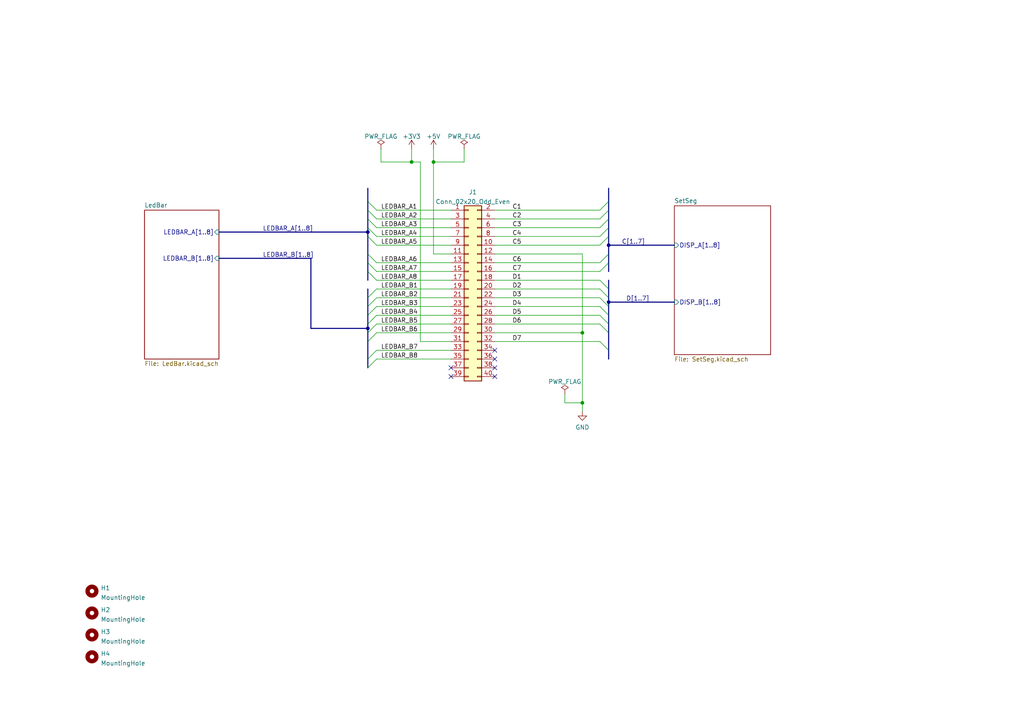
<source format=kicad_sch>
(kicad_sch (version 20211123) (generator eeschema)
  (paper "A4")
  (title_block (title "FPGA LED Output Board - Main") (date "2022-01-26") (rev "1") (company "IFTM - Campus Ituiutaba"))
  (lib_symbols
    (symbol "Connector_Generic:Conn_02x20_Odd_Even" (pin_names (offset 1.016) hide)
      (property "Reference" "J" (at 1.27 25.4 0))
      (property "Value" "Conn_02x20_Odd_Even" (at 1.27 -27.94 0))
      (symbol "Conn_02x20_Odd_Even_1_1"
        (rectangle (start -1.27 -25.273) (end 0 -25.527) (stroke (width 0.1524)))
        (rectangle (start -1.27 -22.733) (end 0 -22.987) (stroke (width 0.1524)))
        (rectangle (start -1.27 -20.193) (end 0 -20.447) (stroke (width 0.1524)))
        (rectangle (start -1.27 -17.653) (end 0 -17.907) (stroke (width 0.1524)))
        (rectangle (start -1.27 -15.113) (end 0 -15.367) (stroke (width 0.1524)))
        (rectangle (start -1.27 -12.573) (end 0 -12.827) (stroke (width 0.1524)))
        (rectangle (start -1.27 -10.033) (end 0 -10.287) (stroke (width 0.1524)))
        (rectangle (start -1.27 -7.493) (end 0 -7.747) (stroke (width 0.1524)))
        (rectangle (start -1.27 -4.953) (end 0 -5.207) (stroke (width 0.1524)))
        (rectangle (start -1.27 -2.413) (end 0 -2.667) (stroke (width 0.1524)))
        (rectangle (start -1.27 0.127) (end 0 -0.127) (stroke (width 0.1524)))
        (rectangle (start -1.27 2.667) (end 0 2.413) (stroke (width 0.1524)))
        (rectangle (start -1.27 5.207) (end 0 4.953) (stroke (width 0.1524)))
        (rectangle (start -1.27 7.747) (end 0 7.493) (stroke (width 0.1524)))
        (rectangle (start -1.27 10.287) (end 0 10.033) (stroke (width 0.1524)))
        (rectangle (start -1.27 12.827) (end 0 12.573) (stroke (width 0.1524)))
        (rectangle (start -1.27 15.367) (end 0 15.113) (stroke (width 0.1524)))
        (rectangle (start -1.27 17.907) (end 0 17.653) (stroke (width 0.1524)))
        (rectangle (start -1.27 20.447) (end 0 20.193) (stroke (width 0.1524)))
        (rectangle (start -1.27 22.987) (end 0 22.733) (stroke (width 0.1524)))
        (rectangle (start -1.27 24.13) (end 3.81 -26.67) (stroke (width 0.254)) (fill (type background)))
        (rectangle (start 3.81 -25.273) (end 2.54 -25.527) (stroke (width 0.1524)))
        (rectangle (start 3.81 -22.733) (end 2.54 -22.987) (stroke (width 0.1524)))
        (rectangle (start 3.81 -20.193) (end 2.54 -20.447) (stroke (width 0.1524)))
        (rectangle (start 3.81 -17.653) (end 2.54 -17.907) (stroke (width 0.1524)))
        (rectangle (start 3.81 -15.113) (end 2.54 -15.367) (stroke (width 0.1524)))
        (rectangle (start 3.81 -12.573) (end 2.54 -12.827) (stroke (width 0.1524)))
        (rectangle (start 3.81 -10.033) (end 2.54 -10.287) (stroke (width 0.1524)))
        (rectangle (start 3.81 -7.493) (end 2.54 -7.747) (stroke (width 0.1524)))
        (rectangle (start 3.81 -4.953) (end 2.54 -5.207) (stroke (width 0.1524)))
        (rectangle (start 3.81 -2.413) (end 2.54 -2.667) (stroke (width 0.1524)))
        (rectangle (start 3.81 0.127) (end 2.54 -0.127) (stroke (width 0.1524)))
        (rectangle (start 3.81 2.667) (end 2.54 2.413) (stroke (width 0.1524)))
        (rectangle (start 3.81 5.207) (end 2.54 4.953) (stroke (width 0.1524)))
        (rectangle (start 3.81 7.747) (end 2.54 7.493) (stroke (width 0.1524)))
        (rectangle (start 3.81 10.287) (end 2.54 10.033) (stroke (width 0.1524)))
        (rectangle (start 3.81 12.827) (end 2.54 12.573) (stroke (width 0.1524)))
        (rectangle (start 3.81 15.367) (end 2.54 15.113) (stroke (width 0.1524)))
        (rectangle (start 3.81 17.907) (end 2.54 17.653) (stroke (width 0.1524)))
        (rectangle (start 3.81 20.447) (end 2.54 20.193) (stroke (width 0.1524)))
        (rectangle (start 3.81 22.987) (end 2.54 22.733) (stroke (width 0.1524)))
        (pin passive line (at -5.08 22.86 0) (length 3.81) (name "Pin_1") (number "1"))
        (pin passive line (at 7.62 12.7 180) (length 3.81) (name "Pin_10") (number "10"))
        (pin passive line (at -5.08 10.16 0) (length 3.81) (name "Pin_11") (number "11"))
        (pin passive line (at 7.62 10.16 180) (length 3.81) (name "Pin_12") (number "12"))
        (pin passive line (at -5.08 7.62 0) (length 3.81) (name "Pin_13") (number "13"))
        (pin passive line (at 7.62 7.62 180) (length 3.81) (name "Pin_14") (number "14"))
        (pin passive line (at -5.08 5.08 0) (length 3.81) (name "Pin_15") (number "15"))
        (pin passive line (at 7.62 5.08 180) (length 3.81) (name "Pin_16") (number "16"))
        (pin passive line (at -5.08 2.54 0) (length 3.81) (name "Pin_17") (number "17"))
        (pin passive line (at 7.62 2.54 180) (length 3.81) (name "Pin_18") (number "18"))
        (pin passive line (at -5.08 0 0) (length 3.81) (name "Pin_19") (number "19"))
        (pin passive line (at 7.62 22.86 180) (length 3.81) (name "Pin_2") (number "2"))
        (pin passive line (at 7.62 0 180) (length 3.81) (name "Pin_20") (number "20"))
        (pin passive line (at -5.08 -2.54 0) (length 3.81) (name "Pin_21") (number "21"))
        (pin passive line (at 7.62 -2.54 180) (length 3.81) (name "Pin_22") (number "22"))
        (pin passive line (at -5.08 -5.08 0) (length 3.81) (name "Pin_23") (number "23"))
        (pin passive line (at 7.62 -5.08 180) (length 3.81) (name "Pin_24") (number "24"))
        (pin passive line (at -5.08 -7.62 0) (length 3.81) (name "Pin_25") (number "25"))
        (pin passive line (at 7.62 -7.62 180) (length 3.81) (name "Pin_26") (number "26"))
        (pin passive line (at -5.08 -10.16 0) (length 3.81) (name "Pin_27") (number "27"))
        (pin passive line (at 7.62 -10.16 180) (length 3.81) (name "Pin_28") (number "28"))
        (pin passive line (at -5.08 -12.7 0) (length 3.81) (name "Pin_29") (number "29"))
        (pin passive line (at -5.08 20.32 0) (length 3.81) (name "Pin_3") (number "3"))
        (pin passive line (at 7.62 -12.7 180) (length 3.81) (name "Pin_30") (number "30"))
        (pin passive line (at -5.08 -15.24 0) (length 3.81) (name "Pin_31") (number "31"))
        (pin passive line (at 7.62 -15.24 180) (length 3.81) (name "Pin_32") (number "32"))
        (pin passive line (at -5.08 -17.78 0) (length 3.81) (name "Pin_33") (number "33"))
        (pin passive line (at 7.62 -17.78 180) (length 3.81) (name "Pin_34") (number "34"))
        (pin passive line (at -5.08 -20.32 0) (length 3.81) (name "Pin_35") (number "35"))
        (pin passive line (at 7.62 -20.32 180) (length 3.81) (name "Pin_36") (number "36"))
        (pin passive line (at -5.08 -22.86 0) (length 3.81) (name "Pin_37") (number "37"))
        (pin passive line (at 7.62 -22.86 180) (length 3.81) (name "Pin_38") (number "38"))
        (pin passive line (at -5.08 -25.4 0) (length 3.81) (name "Pin_39") (number "39"))
        (pin passive line (at 7.62 20.32 180) (length 3.81) (name "Pin_4") (number "4"))
        (pin passive line (at 7.62 -25.4 180) (length 3.81) (name "Pin_40") (number "40"))
        (pin passive line (at -5.08 17.78 0) (length 3.81) (name "Pin_5") (number "5"))
        (pin passive line (at 7.62 17.78 180) (length 3.81) (name "Pin_6") (number "6"))
        (pin passive line (at -5.08 15.24 0) (length 3.81) (name "Pin_7") (number "7"))
        (pin passive line (at 7.62 15.24 180) (length 3.81) (name "Pin_8") (number "8"))
        (pin passive line (at -5.08 12.7 0) (length 3.81) (name "Pin_9") (number "9"))
      )
    )
    (symbol "Mechanical:MountingHole" (pin_names (offset 1.016))
      (property "Reference" "H" (at 0 5.08 0))
      (property "Value" "MountingHole" (at 0 3.175 0))
      (symbol "MountingHole_0_1"
        (circle (center 0 0) (radius 1.27) (stroke (width 1.27)))
      )
    )
    (symbol "power:+3.3V" (power) (pin_names (offset 0))
      (property "Value" "+3.3V" (at 0 3.556 0))
      (symbol "+3.3V_0_1"
        (polyline (pts (xy -0.762 1.27) (xy 0 2.54)))
        (polyline (pts (xy 0 0) (xy 0 2.54)))
        (polyline (pts (xy 0 2.54) (xy 0.762 1.27)))
      )
      (symbol "+3.3V_1_1"
        (pin power_in line (at 0 0 90) (length 0) hide (name "+3V3") (number "1"))
      )
    )
    (symbol "power:+5V" (power) (pin_names (offset 0))
      (property "Value" "+5V" (at 0 3.556 0))
      (symbol "+5V_0_1"
        (polyline (pts (xy -0.762 1.27) (xy 0 2.54)))
        (polyline (pts (xy 0 0) (xy 0 2.54)))
        (polyline (pts (xy 0 2.54) (xy 0.762 1.27)))
      )
      (symbol "+5V_1_1"
        (pin power_in line (at 0 0 90) (length 0) hide (name "+5V") (number "1"))
      )
    )
    (symbol "power:GND" (power) (pin_names (offset 0))
      (property "Value" "GND" (at 0 -3.81 0))
      (symbol "GND_0_1"
        (polyline (pts (xy 0 0) (xy 0 -1.27) (xy 1.27 -1.27) (xy 0 -2.54) (xy -1.27 -1.27) (xy 0 -1.27)))
      )
      (symbol "GND_1_1"
        (pin power_in line (at 0 0 270) (length 0) hide (name "GND") (number "1"))
      )
    )
    (symbol "power:PWR_FLAG" (power) (pin_numbers hide) (pin_names (offset 0) hide)
      (property "Value" "PWR_FLAG" (at 0 3.81 0))
      (symbol "PWR_FLAG_0_0"
        (pin power_out line (at 0 0 90) (length 0) (name "pwr") (number "1"))
      )
      (symbol "PWR_FLAG_0_1"
        (polyline (pts (xy 0 0) (xy 0 1.27) (xy -1.016 1.905) (xy 0 2.54) (xy 1.016 1.905) (xy 0 1.27)))
      )
    )
  )
  (junction (at 176.53 71.12))
  (junction (at 125.73 46.99))
  (junction (at 176.53 87.63))
  (junction (at 106.68 95.25))
  (junction (at 168.91 96.52))
  (junction (at 106.68 67.31))
  (junction (at 168.91 116.84))
  (junction (at 119.38 46.99))
  (no_connect (at 143.51 101.6))
  (no_connect (at 143.51 104.14))
  (no_connect (at 143.51 106.68))
  (no_connect (at 143.51 109.22))
  (no_connect (at 130.81 109.22))
  (no_connect (at 130.81 106.68))
  (bus_entry (at 173.99 78.74) (size 2.54 -2.54))
  (bus_entry (at 173.99 76.2) (size 2.54 -2.54))
  (bus_entry (at 106.68 96.52) (size 2.54 -2.54))
  (bus_entry (at 106.68 99.06) (size 2.54 -2.54))
  (bus_entry (at 106.68 104.14) (size 2.54 -2.54))
  (bus_entry (at 106.68 106.68) (size 2.54 -2.54))
  (bus_entry (at 106.68 76.2) (size 2.54 2.54))
  (bus_entry (at 106.68 78.74) (size 2.54 2.54))
  (bus_entry (at 106.68 86.36) (size 2.54 -2.54))
  (bus_entry (at 106.68 93.98) (size 2.54 -2.54))
  (bus_entry (at 106.68 88.9) (size 2.54 -2.54))
  (bus_entry (at 106.68 91.44) (size 2.54 -2.54))
  (bus_entry (at 106.68 73.66) (size 2.54 2.54))
  (bus_entry (at 173.99 63.5) (size 2.54 -2.54))
  (bus_entry (at 173.99 66.04) (size 2.54 -2.54))
  (bus_entry (at 173.99 71.12) (size 2.54 -2.54))
  (bus_entry (at 173.99 68.58) (size 2.54 -2.54))
  (bus_entry (at 173.99 60.96) (size 2.54 -2.54))
  (bus_entry (at 106.68 58.42) (size 2.54 2.54))
  (bus_entry (at 106.68 60.96) (size 2.54 2.54))
  (bus_entry (at 106.68 63.5) (size 2.54 2.54))
  (bus_entry (at 106.68 66.04) (size 2.54 2.54))
  (bus_entry (at 106.68 68.58) (size 2.54 2.54))
  (bus_entry (at 173.99 88.9) (size 2.54 2.54))
  (bus_entry (at 173.99 81.28) (size 2.54 2.54))
  (bus_entry (at 173.99 83.82) (size 2.54 2.54))
  (bus_entry (at 173.99 86.36) (size 2.54 2.54))
  (bus_entry (at 173.99 91.44) (size 2.54 2.54))
  (bus_entry (at 173.99 93.98) (size 2.54 2.54))
  (bus_entry (at 173.99 99.06) (size 2.54 2.54))
  (wire (pts (xy 109.22 93.98) (xy 130.81 93.98)))
  (wire (pts (xy 163.83 114.3) (xy 163.83 116.84)))
  (wire (pts (xy 125.73 46.99) (xy 125.73 43.18)))
  (wire (pts (xy 143.51 96.52) (xy 168.91 96.52)))
  (wire (pts (xy 143.51 86.36) (xy 173.99 86.36)))
  (wire (pts (xy 109.22 88.9) (xy 130.81 88.9)))
  (wire (pts (xy 109.22 63.5) (xy 130.81 63.5)))
  (bus (pts (xy 176.53 58.42) (xy 176.53 60.96)))
  (bus (pts (xy 176.53 60.96) (xy 176.53 63.5)))
  (wire (pts (xy 143.51 88.9) (xy 173.99 88.9)))
  (wire (pts (xy 143.51 78.74) (xy 173.99 78.74)))
  (wire (pts (xy 143.51 63.5) (xy 173.99 63.5)))
  (wire (pts (xy 143.51 99.06) (xy 173.99 99.06)))
  (bus (pts (xy 106.68 83.82) (xy 106.68 86.36)))
  (wire (pts (xy 109.22 86.36) (xy 130.81 86.36)))
  (wire (pts (xy 168.91 73.66) (xy 168.91 96.52)))
  (wire (pts (xy 143.51 73.66) (xy 168.91 73.66)))
  (bus (pts (xy 106.68 73.66) (xy 106.68 68.58)))
  (bus (pts (xy 106.68 104.14) (xy 106.68 106.68)))
  (wire (pts (xy 110.49 43.18) (xy 110.49 46.99)))
  (bus (pts (xy 106.68 95.25) (xy 106.68 96.52)))
  (wire (pts (xy 109.22 76.2) (xy 130.81 76.2)))
  (wire (pts (xy 143.51 76.2) (xy 173.99 76.2)))
  (bus (pts (xy 176.53 81.28) (xy 176.53 83.82)))
  (wire (pts (xy 143.51 91.44) (xy 173.99 91.44)))
  (bus (pts (xy 176.53 63.5) (xy 176.53 66.04)))
  (bus (pts (xy 176.53 73.66) (xy 176.53 76.2)))
  (bus (pts (xy 63.5 67.31) (xy 106.68 67.31)))
  (bus (pts (xy 176.53 71.12) (xy 195.58 71.12)))
  (bus (pts (xy 176.53 87.63) (xy 195.58 87.63)))
  (bus (pts (xy 106.68 91.44) (xy 106.68 93.98)))
  (wire (pts (xy 109.22 101.6) (xy 130.81 101.6)))
  (bus (pts (xy 176.53 93.98) (xy 176.53 96.52)))
  (bus (pts (xy 106.68 88.9) (xy 106.68 91.44)))
  (wire (pts (xy 121.92 46.99) (xy 121.92 99.06)))
  (bus (pts (xy 90.17 74.93) (xy 63.5 74.93)))
  (wire (pts (xy 109.22 104.14) (xy 130.81 104.14)))
  (bus (pts (xy 106.68 67.31) (xy 106.68 66.04)))
  (bus (pts (xy 176.53 88.9) (xy 176.53 91.44)))
  (bus (pts (xy 106.68 60.96) (xy 106.68 58.42)))
  (wire (pts (xy 125.73 73.66) (xy 125.73 46.99)))
  (bus (pts (xy 176.53 71.12) (xy 176.53 73.66)))
  (bus (pts (xy 176.53 91.44) (xy 176.53 93.98)))
  (bus (pts (xy 106.68 76.2) (xy 106.68 73.66)))
  (bus (pts (xy 176.53 101.6) (xy 176.53 104.14)))
  (wire (pts (xy 110.49 46.99) (xy 119.38 46.99)))
  (wire (pts (xy 109.22 68.58) (xy 130.81 68.58)))
  (wire (pts (xy 109.22 60.96) (xy 130.81 60.96)))
  (bus (pts (xy 176.53 87.63) (xy 176.53 88.9)))
  (wire (pts (xy 109.22 66.04) (xy 130.81 66.04)))
  (bus (pts (xy 106.68 93.98) (xy 106.68 95.25)))
  (bus (pts (xy 106.68 63.5) (xy 106.68 60.96)))
  (bus (pts (xy 106.68 58.42) (xy 106.68 54.61)))
  (bus (pts (xy 90.17 95.25) (xy 90.17 74.93)))
  (wire (pts (xy 130.81 73.66) (xy 125.73 73.66)))
  (bus (pts (xy 176.53 96.52) (xy 176.53 101.6)))
  (wire (pts (xy 109.22 91.44) (xy 130.81 91.44)))
  (bus (pts (xy 176.53 54.61) (xy 176.53 58.42)))
  (wire (pts (xy 143.51 83.82) (xy 173.99 83.82)))
  (bus (pts (xy 176.53 83.82) (xy 176.53 86.36)))
  (wire (pts (xy 109.22 71.12) (xy 130.81 71.12)))
  (bus (pts (xy 176.53 66.04) (xy 176.53 68.58)))
  (bus (pts (xy 106.68 99.06) (xy 106.68 104.14)))
  (wire (pts (xy 121.92 99.06) (xy 130.81 99.06)))
  (wire (pts (xy 143.51 81.28) (xy 173.99 81.28)))
  (wire (pts (xy 143.51 66.04) (xy 173.99 66.04)))
  (bus (pts (xy 176.53 76.2) (xy 176.53 78.74)))
  (wire (pts (xy 109.22 96.52) (xy 130.81 96.52)))
  (wire (pts (xy 143.51 93.98) (xy 173.99 93.98)))
  (wire (pts (xy 143.51 60.96) (xy 173.99 60.96)))
  (bus (pts (xy 106.68 86.36) (xy 106.68 88.9)))
  (wire (pts (xy 134.62 46.99) (xy 125.73 46.99)))
  (wire (pts (xy 143.51 71.12) (xy 173.99 71.12)))
  (wire (pts (xy 163.83 116.84) (xy 168.91 116.84)))
  (wire (pts (xy 109.22 83.82) (xy 130.81 83.82)))
  (bus (pts (xy 106.68 68.58) (xy 106.68 67.31)))
  (bus (pts (xy 106.68 78.74) (xy 106.68 76.2)))
  (wire (pts (xy 168.91 96.52) (xy 168.91 116.84)))
  (bus (pts (xy 90.17 95.25) (xy 106.68 95.25)))
  (wire (pts (xy 109.22 81.28) (xy 130.81 81.28)))
  (wire (pts (xy 143.51 68.58) (xy 173.99 68.58)))
  (bus (pts (xy 106.68 81.28) (xy 106.68 78.74)))
  (wire (pts (xy 168.91 116.84) (xy 168.91 119.38)))
  (wire (pts (xy 121.92 46.99) (xy 119.38 46.99)))
  (wire (pts (xy 134.62 43.18) (xy 134.62 46.99)))
  (bus (pts (xy 176.53 86.36) (xy 176.53 87.63)))
  (wire (pts (xy 109.22 78.74) (xy 130.81 78.74)))
  (bus (pts (xy 106.68 96.52) (xy 106.68 99.06)))
  (bus (pts (xy 176.53 68.58) (xy 176.53 71.12)))
  (wire (pts (xy 119.38 43.18) (xy 119.38 46.99)))
  (bus (pts (xy 106.68 66.04) (xy 106.68 63.5)))
  (label "C5" (at 148.59 71.12 0))
  (label "LEDBAR_A7" (at 110.49 78.74 0))
  (label "LEDBAR_B3" (at 110.49 88.9 0))
  (label "D3" (at 148.59 86.36 0))
  (label "C4" (at 148.59 68.58 0))
  (label "D6" (at 148.59 93.98 0))
  (label "LEDBAR_A4" (at 110.49 68.58 0))
  (label "LEDBAR_A3" (at 110.49 66.04 0))
  (label "C6" (at 148.59 76.2 0))
  (label "LEDBAR_B8" (at 110.49 104.14 0))
  (label "LEDBAR_B7" (at 110.49 101.6 0))
  (label "LEDBAR_A8" (at 110.49 81.28 0))
  (label "LEDBAR_A[1..8]" (at 76.2 67.31 0))
  (label "LEDBAR_B6" (at 110.49 96.52 0))
  (label "D7" (at 148.59 99.06 0))
  (label "D1" (at 148.59 81.28 0))
  (label "LEDBAR_B5" (at 110.49 93.98 0))
  (label "D2" (at 148.59 83.82 0))
  (label "D4" (at 148.59 88.9 0))
  (label "LEDBAR_A1" (at 110.49 60.96 0))
  (label "C7" (at 148.59 78.74 0))
  (label "C[1..7]" (at 180.34 71.12 0))
  (label "C3" (at 148.59 66.04 0))
  (label "D5" (at 148.59 91.44 0))
  (label "D[1..7]" (at 181.61 87.63 0))
  (label "LEDBAR_B[1..8]" (at 76.2 74.93 0))
  (label "C2" (at 148.59 63.5 0))
  (label "LEDBAR_B1" (at 110.49 83.82 0))
  (label "LEDBAR_B4" (at 110.49 91.44 0))
  (label "LEDBAR_A2" (at 110.49 63.5 0))
  (label "LEDBAR_A5" (at 110.49 71.12 0))
  (label "LEDBAR_B2" (at 110.49 86.36 0))
  (label "LEDBAR_A6" (at 110.49 76.2 0))
  (label "C1" (at 148.59 60.96 0))
  (symbol (lib_id "Connector_Generic:Conn_02x20_Odd_Even") (at 135.89 83.82 0) (unit 1)
    (property "Reference" "J1" (at 137.16 55.7235 0))
    (property "Value" "Conn_02x20_Odd_Even" (at 137.16 58.4986 0))
    (property "Footprint" "Connector_PinSocket_2.54mm:PinSocket_2x20_P2.54mm_Vertical" (effects hide))
  )
  (symbol (lib_id "power:PWR_FLAG") (at 110.49 43.18 0) (unit 1)
    (property "Reference" "#FLG0101" (effects hide))
    (property "Value" "PWR_FLAG" (at 110.49 39.5755 0))
  )
  (symbol (lib_id "power:PWR_FLAG") (at 163.83 114.3 0) (unit 1)
    (property "Reference" "#FLG0103" (effects hide))
    (property "Value" "PWR_FLAG" (at 163.83 110.6955 0))
  )
  (symbol (lib_id "Mechanical:MountingHole") (at 26.67 190.5 0) (unit 1)
    (property "Reference" "H4" (at 29.21 189.5915 0) (effects (justify left)))
    (property "Value" "MountingHole" (at 29.21 192.3666 0) (effects (justify left)))
    (property "Footprint" "MountingHole:MountingHole_3.2mm_M3" (effects hide))
  )
  (symbol (lib_id "Mechanical:MountingHole") (at 26.67 184.15 0) (unit 1)
    (property "Reference" "H3" (at 29.21 183.2415 0) (effects (justify left)))
    (property "Value" "MountingHole" (at 29.21 186.0166 0) (effects (justify left)))
    (property "Footprint" "MountingHole:MountingHole_3.2mm_M3" (effects hide))
  )
  (symbol (lib_id "Mechanical:MountingHole") (at 26.67 177.8 0) (unit 1)
    (property "Reference" "H2" (at 29.21 176.8915 0) (effects (justify left)))
    (property "Value" "MountingHole" (at 29.21 179.6666 0) (effects (justify left)))
    (property "Footprint" "MountingHole:MountingHole_3.2mm_M3" (effects hide))
  )
  (symbol (lib_id "Mechanical:MountingHole") (at 26.67 171.45 0) (unit 1)
    (property "Reference" "H1" (at 29.21 170.5415 0) (effects (justify left)))
    (property "Value" "MountingHole" (at 29.21 173.3166 0) (effects (justify left)))
    (property "Footprint" "MountingHole:MountingHole_3.2mm_M3" (effects hide))
  )
  (symbol (lib_id "power:+5V") (at 125.73 43.18 0) (unit 1)
    (property "Reference" "#PWR0101" (effects hide))
    (property "Value" "+5V" (at 125.73 39.5755 0))
  )
  (symbol (lib_id "power:GND") (at 168.91 119.38 0) (unit 1)
    (property "Reference" "#PWR03" (effects hide))
    (property "Value" "GND" (at 168.91 123.9425 0))
  )
  (symbol (lib_id "power:PWR_FLAG") (at 134.62 43.18 0) (unit 1)
    (property "Reference" "#FLG0102" (effects hide))
    (property "Value" "PWR_FLAG" (at 134.62 39.5755 0))
  )
  (symbol (lib_id "power:+3.3V") (at 119.38 43.18 0) (unit 1)
    (property "Reference" "#PWR04" (effects hide))
    (property "Value" "+3.3V" (at 119.38 39.5755 0))
  )
  (sheet (at 41.91 60.96) (size 21.59 43.18) (stroke (width 0.1524))
    (property "Sheet name" "LedBar" (at 41.91 60.2484 0) (effects (justify left bottom)))
    (property "Sheet file" "LedBar.kicad_sch" (at 41.91 104.7246 0) (effects (justify left top)))
    (pin "LEDBAR_A[1..8]" input (at 63.5 67.31 0))
    (pin "LEDBAR_B[1..8]" input (at 63.5 74.93 0))
  )
  (sheet (at 195.58 59.69) (size 27.94 43.18) (stroke (width 0.1524))
    (property "Sheet name" "SetSeg" (at 195.58 58.9784 0) (effects (justify left bottom)))
    (property "Sheet file" "SetSeg.kicad_sch" (at 195.58 103.4546 0) (effects (justify left top)))
    (pin "DISP_A[1..8]" input (at 195.58 71.12 180))
    (pin "DISP_B[1..8]" input (at 195.58 87.63 180))
  )
)
</source>
